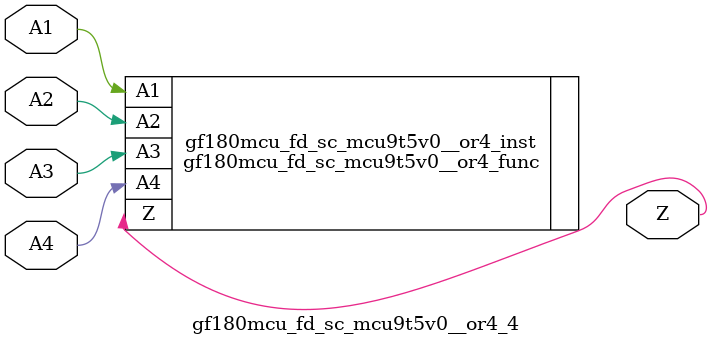
<source format=v>

`ifndef GF180MCU_FD_SC_MCU9T5V0__OR4_4_V
`define GF180MCU_FD_SC_MCU9T5V0__OR4_4_V

`include "gf180mcu_fd_sc_mcu9t5v0__or4.v"

`ifdef USE_POWER_PINS
module gf180mcu_fd_sc_mcu9t5v0__or4_4( A4, A3, A2, A1, Z, VDD, VSS );
inout VDD, VSS;
`else // If not USE_POWER_PINS
module gf180mcu_fd_sc_mcu9t5v0__or4_4( A4, A3, A2, A1, Z );
`endif // If not USE_POWER_PINS
input A1, A2, A3, A4;
output Z;

`ifdef USE_POWER_PINS
  gf180mcu_fd_sc_mcu9t5v0__or4_func gf180mcu_fd_sc_mcu9t5v0__or4_inst(.A4(A4),.A3(A3),.A2(A2),.A1(A1),.Z(Z),.VDD(VDD),.VSS(VSS));
`else // If not USE_POWER_PINS
  gf180mcu_fd_sc_mcu9t5v0__or4_func gf180mcu_fd_sc_mcu9t5v0__or4_inst(.A4(A4),.A3(A3),.A2(A2),.A1(A1),.Z(Z));
`endif // If not USE_POWER_PINS

`ifndef FUNCTIONAL
	// spec_gates_begin


	// spec_gates_end



   specify

	// specify_block_begin

	// comb arc A1 --> Z
	 (A1 => Z) = (1.0,1.0);

	// comb arc A2 --> Z
	 (A2 => Z) = (1.0,1.0);

	// comb arc A3 --> Z
	 (A3 => Z) = (1.0,1.0);

	// comb arc A4 --> Z
	 (A4 => Z) = (1.0,1.0);

	// specify_block_end

   endspecify

   `endif

endmodule
`endif // GF180MCU_FD_SC_MCU9T5V0__OR4_4_V

</source>
